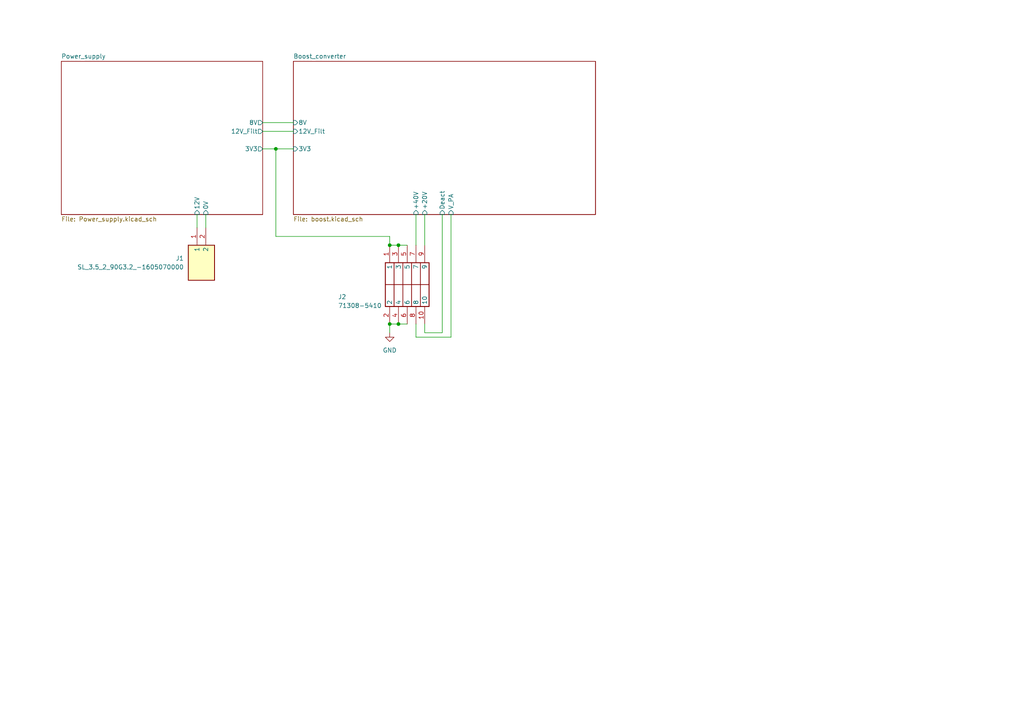
<source format=kicad_sch>
(kicad_sch (version 20250114) (generator "eeschema") (generator_version "9.0")
  (paper "A4")
  (lib_symbols
    (symbol "SamacSys_Parts:71308-5410"
      (property "Reference" "J" (at 19.05 7.62 0))
      (property "Value" "71308-5410" (at 19.05 5.08 0))
      (symbol "71308-5410_0_1"
        (rectangle (start 5.08 1.27) (end 11.43 -1.27))
        (rectangle (start 5.08 -1.27) (end 11.43 -3.81))
        (rectangle (start 5.08 -3.81) (end 11.43 -6.35))
        (rectangle (start 5.08 -6.35) (end 11.43 -8.89))
        (rectangle (start 5.08 -8.89) (end 11.43 -11.43))
        (rectangle (start 11.43 1.27) (end 17.78 -1.27))
        (rectangle (start 11.43 -1.27) (end 17.78 -3.81))
        (rectangle (start 11.43 -3.81) (end 17.78 -6.35))
        (rectangle (start 11.43 -6.35) (end 17.78 -8.89))
        (rectangle (start 11.43 -8.89) (end 17.78 -11.43))
      )
      (symbol "71308-5410_1_1"
        (rectangle (start 5.08 1.27) (end 17.78 -11.43) (stroke (width 0.254)))
        (pin passive line (at 0 0 0) (length 5.08) (name "2") (number "2"))
        (pin passive line (at 0 -2.54 0) (length 5.08) (name "4") (number "4"))
        (pin passive line (at 0 -5.08 0) (length 5.08) (name "6") (number "6"))
        (pin passive line (at 0 -7.62 0) (length 5.08) (name "8") (number "8"))
        (pin passive line (at 0 -10.16 0) (length 5.08) (name "10") (number "10"))
        (pin passive line (at 22.86 0 180) (length 5.08) (name "1") (number "1"))
        (pin passive line (at 22.86 -2.54 180) (length 5.08) (name "3") (number "3"))
        (pin passive line (at 22.86 -5.08 180) (length 5.08) (name "5") (number "5"))
        (pin passive line (at 22.86 -7.62 180) (length 5.08) (name "7") (number "7"))
        (pin passive line (at 22.86 -10.16 180) (length 5.08) (name "9") (number "9"))
      )
    )
    (symbol "SamacSys_Parts:SL_3.5_2_90G3.2_-1605070000"
      (property "Reference" "J" (at 16.51 7.62 0))
      (property "Value" "SL_3.5_2_90G3.2_-1605070000" (at 16.51 5.08 0))
      (symbol "SL_3.5_2_90G3.2_-1605070000_1_1"
        (rectangle (start 5.08 2.54) (end 15.24 -5.08) (stroke (width 0.254)) (fill (type background)))
        (pin passive line (at 0 0 0) (length 5.08) (name "1") (number "1"))
        (pin passive line (at 0 -2.54 0) (length 5.08) (name "2") (number "2"))
      )
    )
    (symbol "power:GND" (power) (pin_numbers (hide yes)) (pin_names (offset 0) (hide yes))
      (property "Value" "GND" (at 0 -3.81 0))
      (symbol "GND_0_1"
        (polyline (pts (xy 0 0) (xy 0 -1.27) (xy 1.27 -1.27) (xy 0 -2.54) (xy -1.27 -1.27) (xy 0 -1.27)))
      )
      (symbol "GND_1_1"
        (pin power_in line (at 0 0 270) (length 0) (name "~") (number "1"))
      )
    )
  )
  (junction (at 113.03 71.12))
  (junction (at 115.57 93.98))
  (junction (at 115.57 71.12))
  (junction (at 80.01 43.18))
  (junction (at 113.03 93.98))
  (wire (pts (xy 123.19 96.52) (xy 123.19 93.98)))
  (wire (pts (xy 115.57 71.12) (xy 118.11 71.12)))
  (wire (pts (xy 113.03 93.98) (xy 115.57 93.98)))
  (wire (pts (xy 128.27 96.52) (xy 123.19 96.52)))
  (wire (pts (xy 113.03 93.98) (xy 113.03 96.52)))
  (wire (pts (xy 113.03 68.58) (xy 113.03 71.12)))
  (wire (pts (xy 57.15 62.23) (xy 57.15 66.04)))
  (wire (pts (xy 113.03 68.58) (xy 80.01 68.58)))
  (wire (pts (xy 115.57 93.98) (xy 118.11 93.98)))
  (wire (pts (xy 120.65 62.23) (xy 120.65 71.12)))
  (wire (pts (xy 80.01 68.58) (xy 80.01 43.18)))
  (wire (pts (xy 113.03 71.12) (xy 115.57 71.12)))
  (wire (pts (xy 76.2 38.1) (xy 85.09 38.1)))
  (wire (pts (xy 76.2 43.18) (xy 80.01 43.18)))
  (wire (pts (xy 120.65 97.79) (xy 120.65 93.98)))
  (wire (pts (xy 123.19 62.23) (xy 123.19 71.12)))
  (wire (pts (xy 76.2 35.56) (xy 85.09 35.56)))
  (wire (pts (xy 130.81 97.79) (xy 120.65 97.79)))
  (wire (pts (xy 130.81 62.23) (xy 130.81 97.79)))
  (wire (pts (xy 59.69 62.23) (xy 59.69 66.04)))
  (wire (pts (xy 128.27 62.23) (xy 128.27 96.52)))
  (wire (pts (xy 80.01 43.18) (xy 85.09 43.18)))
  (symbol (lib_id "SamacSys_Parts:SL_3.5_2_90G3.2_-1605070000") (at 57.15 66.04 90) (mirror x) (unit 1)
    (property "Reference" "J1" (at 53.34 74.9299 90) (effects (justify left)))
    (property "Value" "SL_3.5_2_90G3.2_-1605070000" (at 53.34 77.4699 90) (effects (justify left)))
    (property "Footprint" "SamacSys_Parts:SL35290G321605070000" (effects (hide yes)))
    (property "Datasheet" "https://catalog.weidmueller.com/catalog/Start.do?ObjectID=1605070000&_ga=2.205621523.1029377169.1701950692-1414074594.1697724972" (effects (hide yes)))
    (property "Description" "Weidmuller SL 3.50 Series, 3.5mm Pitch 2 Way 1 Row Right Angle PCB Header, Solder Termination, 17A" (effects (hide yes)))
    (property "Height" "7.5" (effects (hide yes)))
    (property "Manufacturer_Name" "Weidmuller" (effects (hide yes)))
    (property "Manufacturer_Part_Number" "SL 3.5/2/90G3.2 -1605070000" (effects (hide yes)))
  )
  (symbol (lib_id "power:GND") (at 113.03 96.52 0) (unit 1)
    (property "Reference" "#PWR05" (effects (hide yes)))
    (property "Value" "GND" (at 113.03 101.6 0))
    (property "Description" "Power symbol creates a global label with name \"GND\" , ground" (effects (hide yes)))
  )
  (symbol (lib_id "SamacSys_Parts:71308-5410") (at 113.03 93.98 90) (unit 1)
    (property "Reference" "J2" (at 98.044 86.106 90) (effects (justify right)))
    (property "Value" "71308-5410" (at 98.044 88.646 90) (effects (justify right)))
    (property "Footprint" "SamacSys_Parts:713085410" (effects (hide yes)))
    (property "Datasheet" "https://mouser.componentsearchengine.com/Datasheets/1/71308-5410.pdf" (effects (hide yes)))
    (property "Description" "Headers & Wire Housings CGrid SMT Bkwy Hdr Tin 10Ckt Tube" (effects (hide yes)))
    (property "Height" "9.91" (effects (hide yes)))
    (property "Manufacturer_Name" "Molex" (effects (hide yes)))
    (property "Manufacturer_Part_Number" "71308-5410" (effects (hide yes)))
    (property "Mouser Part Number" "538-71308-5410" (effects (hide yes)))
    (property "Mouser Price/Stock" "https://www.mouser.co.uk/ProductDetail/Molex/71308-5410?qs=3OKVfsn1b5DKfY0D8bd6qg%3D%3D" (effects (hide yes)))
  )
  (sheet (at 17.78 17.78) (size 58.42 44.45) (stroke (width 0.1524))
    (property "Sheetname" "Power_supply" (at 17.78 17.0684 0) (effects (justify left bottom)))
    (property "Sheetfile" "Power_supply.kicad_sch" (at 17.78 62.8146 0) (effects (justify left top)))
    (pin "0V" input (at 59.69 62.23 270))
    (pin "8V" output (at 76.2 35.56 0))
    (pin "12V_Filt" output (at 76.2 38.1 0))
    (pin "12V" input (at 57.15 62.23 270))
    (pin "3V3" output (at 76.2 43.18 0))
  )
  (sheet (at 85.09 17.78) (size 87.63 44.45) (stroke (width 0.1524))
    (property "Sheetname" "Boost_converter" (at 85.09 17.0684 0) (effects (justify left bottom)))
    (property "Sheetfile" "boost.kicad_sch" (at 85.09 62.8146 0) (effects (justify left top)))
    (pin "+20V" input (at 123.19 62.23 270))
    (pin "12V_Filt" input (at 85.09 38.1 180))
    (pin "+40V" input (at 120.65 62.23 270))
    (pin "V_PA" input (at 130.81 62.23 270))
    (pin "Deact" input (at 128.27 62.23 270))
    (pin "8V" input (at 85.09 35.56 180))
    (pin "3V3" input (at 85.09 43.18 180))
  )
)
</source>
